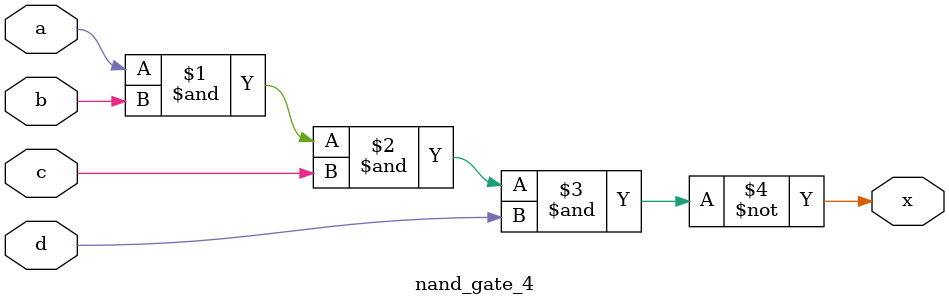
<source format=v>
`timescale 1ns / 1ps

module nand_gate_4(
    output x,
    input a,
    input b,
    input c,
    input d
    );

	assign x = ~(a&b&c&d);

endmodule

</source>
